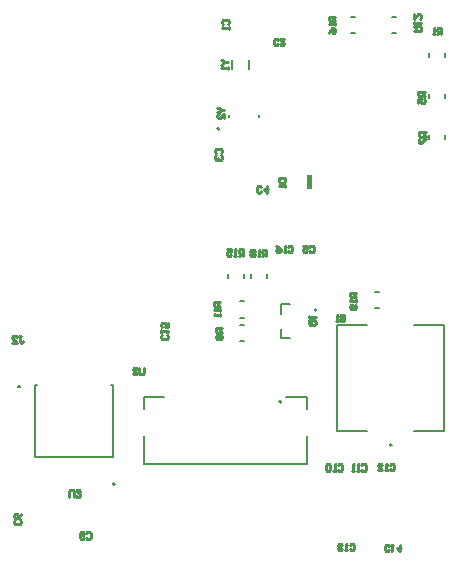
<source format=gbo>
G04*
G04 #@! TF.GenerationSoftware,Altium Limited,Altium Designer,20.0.2 (26)*
G04*
G04 Layer_Color=32896*
%FSLAX25Y25*%
%MOIN*%
G70*
G01*
G75*
%ADD10C,0.00787*%
%ADD11C,0.00500*%
%ADD12C,0.01000*%
%ADD44C,0.01181*%
G36*
X278937Y393208D02*
X280611D01*
Y398130D01*
X278937D01*
Y393208D01*
D02*
G37*
D10*
X282087Y352953D02*
G03*
X282087Y352953I-394J0D01*
G01*
X307087Y307874D02*
G03*
X307087Y307874I-394J0D01*
G01*
X249606Y413386D02*
G03*
X249606Y413386I-394J0D01*
G01*
X214875Y294911D02*
G03*
X214875Y294911I-394J0D01*
G01*
D11*
X270394Y322362D02*
G03*
X270394Y322362I-433J0D01*
G01*
X293425Y450709D02*
X294764D01*
X293425Y445354D02*
X294764D01*
X307205D02*
X308543D01*
X307205Y450709D02*
X308543D01*
X324724Y409961D02*
Y411299D01*
X319370Y409961D02*
Y411299D01*
Y423740D02*
Y425079D01*
X324724Y423740D02*
Y425079D01*
X256634Y342598D02*
X257972D01*
X256634Y347953D02*
X257972D01*
X256634Y350472D02*
X257972D01*
X256634Y355827D02*
X257972D01*
X265669Y363504D02*
Y364843D01*
X260315Y363504D02*
Y364843D01*
X252441Y363504D02*
Y364843D01*
X257795Y363504D02*
Y364843D01*
X270276Y343504D02*
Y346791D01*
Y351634D02*
Y354921D01*
Y343504D02*
X273352D01*
X270276Y354921D02*
X273352D01*
X319370Y437303D02*
Y438642D01*
X324724Y437303D02*
Y438642D01*
X301476Y358976D02*
X302815D01*
X301476Y353622D02*
X302815D01*
X288976Y312598D02*
X298740D01*
X288976D02*
Y348032D01*
X298740D01*
X314646D02*
X324409D01*
Y312598D02*
Y348032D01*
X314646Y312598D02*
X324409D01*
X252953Y417402D02*
Y418031D01*
X262795Y417402D02*
Y418031D01*
X259646Y433150D02*
Y436142D01*
X253740Y433150D02*
Y436142D01*
X188189Y328090D02*
X188996D01*
X213366D02*
X214173D01*
X188189Y304075D02*
Y328090D01*
Y304075D02*
X214173D01*
Y328090D01*
X224488Y319921D02*
Y323819D01*
X231181D01*
X279016Y319843D02*
Y323819D01*
X271850D02*
X279016D01*
X224390Y301772D02*
Y311102D01*
X279016Y301811D02*
Y311102D01*
X224390Y301772D02*
X279016D01*
D12*
X288189Y450787D02*
X286024D01*
Y449705D01*
X286385Y449344D01*
X287107D01*
X287467Y449705D01*
Y450787D01*
Y450066D02*
X288189Y449344D01*
Y448623D02*
Y447901D01*
Y448262D01*
X286024D01*
X286385Y448623D01*
X286024Y445376D02*
X286385Y446097D01*
X287107Y446819D01*
X287828D01*
X288189Y446458D01*
Y445737D01*
X287828Y445376D01*
X287467D01*
X287107Y445737D01*
Y446819D01*
X249016Y420472D02*
X249377D01*
X250099Y419751D01*
X249377Y419029D01*
X249016D01*
X250099Y419751D02*
X251181D01*
Y416865D02*
Y418308D01*
X249738Y416865D01*
X249377D01*
X249016Y417226D01*
Y417947D01*
X249377Y418308D01*
X250198Y436221D02*
X250558D01*
X251280Y435499D01*
X250558Y434777D01*
X250198D01*
X251280Y435499D02*
X252362D01*
Y434056D02*
Y433334D01*
Y433695D01*
X250198D01*
X250558Y434056D01*
X199606Y290749D02*
Y292553D01*
X199967Y292913D01*
X200689D01*
X201049Y292553D01*
Y290749D01*
X201771Y291109D02*
X202132Y290749D01*
X202853D01*
X203214Y291109D01*
Y291470D01*
X202853Y291831D01*
X202492D01*
X202853D01*
X203214Y292192D01*
Y292553D01*
X202853Y292913D01*
X202132D01*
X201771Y292553D01*
X224410Y333661D02*
Y331857D01*
X224049Y331496D01*
X223327D01*
X222966Y331857D01*
Y333661D01*
X220802Y331496D02*
X222245D01*
X220802Y332939D01*
Y333300D01*
X221163Y333661D01*
X221884D01*
X222245Y333300D01*
X295276Y358661D02*
X293111D01*
Y357579D01*
X293472Y357218D01*
X294193D01*
X294554Y357579D01*
Y358661D01*
Y357940D02*
X295276Y357218D01*
Y356497D02*
Y355775D01*
Y356136D01*
X293111D01*
X293472Y356497D01*
X294915Y354693D02*
X295276Y354332D01*
Y353611D01*
X294915Y353250D01*
X293472D01*
X293111Y353611D01*
Y354332D01*
X293472Y354693D01*
X293832D01*
X294193Y354332D01*
Y353250D01*
X265354Y370866D02*
Y373031D01*
X264272D01*
X263911Y372670D01*
Y371949D01*
X264272Y371588D01*
X265354D01*
X264633D02*
X263911Y370866D01*
X263190D02*
X262468D01*
X262829D01*
Y373031D01*
X263190Y372670D01*
X261386D02*
X261025Y373031D01*
X260303D01*
X259943Y372670D01*
Y372309D01*
X260303Y371949D01*
X259943Y371588D01*
Y371227D01*
X260303Y370866D01*
X261025D01*
X261386Y371227D01*
Y371588D01*
X261025Y371949D01*
X261386Y372309D01*
Y372670D01*
X261025Y371949D02*
X260303D01*
X257480Y371083D02*
Y373247D01*
X256398D01*
X256037Y372887D01*
Y372165D01*
X256398Y371804D01*
X257480D01*
X256759D02*
X256037Y371083D01*
X255316D02*
X254594D01*
X254955D01*
Y373247D01*
X255316Y372887D01*
X252069Y373247D02*
X253512D01*
Y372165D01*
X252790Y372526D01*
X252430D01*
X252069Y372165D01*
Y371444D01*
X252430Y371083D01*
X253151D01*
X253512Y371444D01*
X314567Y446063D02*
X316732D01*
Y447145D01*
X316371Y447506D01*
X315649D01*
X315288Y447145D01*
Y446063D01*
Y446784D02*
X314567Y447506D01*
Y448228D02*
Y448949D01*
Y448588D01*
X316732D01*
X316371Y448228D01*
X314567Y451475D02*
Y450032D01*
X316010Y451475D01*
X316371D01*
X316732Y451114D01*
Y450392D01*
X316371Y450032D01*
X250000Y355512D02*
X247835D01*
Y354430D01*
X248196Y354069D01*
X248918D01*
X249278Y354430D01*
Y355512D01*
Y354790D02*
X250000Y354069D01*
Y353347D02*
Y352626D01*
Y352986D01*
X247835D01*
X248196Y353347D01*
X250000Y351543D02*
Y350822D01*
Y351183D01*
X247835D01*
X248196Y351543D01*
X250610Y346850D02*
X248446D01*
Y345768D01*
X248806Y345407D01*
X249528D01*
X249889Y345768D01*
Y346850D01*
Y346129D02*
X250610Y345407D01*
X250249Y344686D02*
X250610Y344325D01*
Y343603D01*
X250249Y343243D01*
X248806D01*
X248446Y343603D01*
Y344325D01*
X248806Y344686D01*
X249167D01*
X249528Y344325D01*
Y343243D01*
X318504Y412205D02*
X316339D01*
Y411122D01*
X316700Y410762D01*
X317422D01*
X317782Y411122D01*
Y412205D01*
Y411483D02*
X318504Y410762D01*
X316339Y410040D02*
Y408597D01*
X316700D01*
X318143Y410040D01*
X318504D01*
X318110Y425591D02*
X315946D01*
Y424508D01*
X316306Y424148D01*
X317028D01*
X317389Y424508D01*
Y425591D01*
Y424869D02*
X318110Y424148D01*
X315946Y421983D02*
Y423426D01*
X317028D01*
X316667Y422704D01*
Y422344D01*
X317028Y421983D01*
X317750D01*
X318110Y422344D01*
Y423065D01*
X317750Y423426D01*
X323622Y444882D02*
Y447047D01*
X322540D01*
X322179Y446686D01*
Y445964D01*
X322540Y445603D01*
X323622D01*
X322901D02*
X322179Y444882D01*
X321457D02*
X320736D01*
X321097D01*
Y447047D01*
X321457Y446686D01*
X279888Y349475D02*
X281331D01*
X281692Y349114D01*
Y348392D01*
X281331Y348031D01*
X279888D01*
X279528Y348392D01*
Y349114D01*
X280249Y348753D02*
X279528Y349475D01*
Y349114D02*
X279888Y349475D01*
X279528Y350196D02*
Y350918D01*
Y350557D01*
X281692D01*
X281331Y350196D01*
X182809Y344291D02*
X183530D01*
X183170D01*
Y342487D01*
X183530Y342126D01*
X183891D01*
X184252Y342487D01*
X180644Y342126D02*
X182087D01*
X180644Y343569D01*
Y343930D01*
X181005Y344291D01*
X181727D01*
X182087Y343930D01*
X269489Y396850D02*
X271654D01*
Y395768D01*
X271293Y395407D01*
X269850D01*
X269489Y395768D01*
Y396850D01*
X271654Y394686D02*
Y393964D01*
Y394325D01*
X269489D01*
X269850Y394686D01*
X272573Y374048D02*
X272933Y374409D01*
X273655D01*
X274016Y374048D01*
Y372605D01*
X273655Y372244D01*
X272933D01*
X272573Y372605D01*
X271851Y372244D02*
X271130D01*
X271490D01*
Y374409D01*
X271851Y374048D01*
X268604Y374409D02*
X269326Y374048D01*
X270047Y373326D01*
Y372605D01*
X269686Y372244D01*
X268965D01*
X268604Y372605D01*
Y372966D01*
X268965Y373326D01*
X270047D01*
X232119Y344750D02*
X232480Y344389D01*
Y343668D01*
X232119Y343307D01*
X230676D01*
X230315Y343668D01*
Y344389D01*
X230676Y344750D01*
X230315Y345472D02*
Y346193D01*
Y345832D01*
X232480D01*
X232119Y345472D01*
X232480Y348719D02*
Y347276D01*
X231397D01*
X231758Y347997D01*
Y348358D01*
X231397Y348719D01*
X230676D01*
X230315Y348358D01*
Y347636D01*
X230676Y347276D01*
X306168Y272999D02*
X305807Y272639D01*
X305085D01*
X304724Y272999D01*
Y274442D01*
X305085Y274803D01*
X305807D01*
X306168Y274442D01*
X306889Y274803D02*
X307611D01*
X307250D01*
Y272639D01*
X306889Y272999D01*
X309775Y274803D02*
Y272639D01*
X308693Y273721D01*
X310136D01*
X293045Y274639D02*
X293406Y274999D01*
X294127D01*
X294488Y274639D01*
Y273195D01*
X294127Y272835D01*
X293406D01*
X293045Y273195D01*
X292323Y272835D02*
X291602D01*
X291963D01*
Y274999D01*
X292323Y274639D01*
X290520D02*
X290159Y274999D01*
X289437D01*
X289077Y274639D01*
Y274278D01*
X289437Y273917D01*
X289798D01*
X289437D01*
X289077Y273556D01*
Y273195D01*
X289437Y272835D01*
X290159D01*
X290520Y273195D01*
X306431Y301410D02*
X306792Y301771D01*
X307513D01*
X307874Y301410D01*
Y299967D01*
X307513Y299606D01*
X306792D01*
X306431Y299967D01*
X305709Y299606D02*
X304988D01*
X305349D01*
Y301771D01*
X305709Y301410D01*
X302462Y299606D02*
X303906D01*
X302462Y301049D01*
Y301410D01*
X302823Y301771D01*
X303545D01*
X303906Y301410D01*
X296982Y301213D02*
X297343Y301574D01*
X298064D01*
X298425Y301213D01*
Y299770D01*
X298064Y299410D01*
X297343D01*
X296982Y299770D01*
X296261Y299410D02*
X295539D01*
X295900D01*
Y301574D01*
X296261Y301213D01*
X294457Y299410D02*
X293735D01*
X294096D01*
Y301574D01*
X294457Y301213D01*
X289108D02*
X289469Y301574D01*
X290190D01*
X290551Y301213D01*
Y299770D01*
X290190Y299410D01*
X289469D01*
X289108Y299770D01*
X288387Y299410D02*
X287665D01*
X288026D01*
Y301574D01*
X288387Y301213D01*
X286583D02*
X286222Y301574D01*
X285500D01*
X285140Y301213D01*
Y299770D01*
X285500Y299410D01*
X286222D01*
X286583Y299770D01*
Y301213D01*
X205250Y278575D02*
X205611Y278936D01*
X206332D01*
X206693Y278575D01*
Y277132D01*
X206332Y276772D01*
X205611D01*
X205250Y277132D01*
X204528D02*
X204168Y276772D01*
X203446D01*
X203085Y277132D01*
Y278575D01*
X203446Y278936D01*
X204168D01*
X204528Y278575D01*
Y278215D01*
X204168Y277854D01*
X203085D01*
X183103Y282939D02*
X183464Y282578D01*
Y281857D01*
X183103Y281496D01*
X181660D01*
X181299Y281857D01*
Y282578D01*
X181660Y282939D01*
X183464Y285104D02*
X183103Y284382D01*
X182381Y283661D01*
X181660D01*
X181299Y284021D01*
Y284743D01*
X181660Y285104D01*
X182021D01*
X182381Y284743D01*
Y283661D01*
X279659Y374048D02*
X280020Y374409D01*
X280742D01*
X281102Y374048D01*
Y372605D01*
X280742Y372244D01*
X280020D01*
X279659Y372605D01*
X277495Y374409D02*
X278938D01*
Y373326D01*
X278216Y373687D01*
X277855D01*
X277495Y373326D01*
Y372605D01*
X277855Y372244D01*
X278577D01*
X278938Y372605D01*
X263648Y392487D02*
X263287Y392127D01*
X262565D01*
X262205Y392487D01*
Y393931D01*
X262565Y394291D01*
X263287D01*
X263648Y393931D01*
X265452Y394291D02*
Y392127D01*
X264369Y393209D01*
X265812D01*
X248590Y405250D02*
X248229Y405611D01*
Y406332D01*
X248590Y406693D01*
X250033D01*
X250394Y406332D01*
Y405611D01*
X250033Y405250D01*
X248590Y404528D02*
X248229Y404168D01*
Y403446D01*
X248590Y403085D01*
X248951D01*
X249311Y403446D01*
Y403807D01*
Y403446D01*
X249672Y403085D01*
X250033D01*
X250394Y403446D01*
Y404168D01*
X250033Y404528D01*
X269160Y441503D02*
X268799Y441142D01*
X268077D01*
X267717Y441503D01*
Y442946D01*
X268077Y443307D01*
X268799D01*
X269160Y442946D01*
X271324Y443307D02*
X269881D01*
X271324Y441864D01*
Y441503D01*
X270964Y441142D01*
X270242D01*
X269881Y441503D01*
X250952Y448163D02*
X250591Y448524D01*
Y449246D01*
X250952Y449606D01*
X252395D01*
X252756Y449246D01*
Y448524D01*
X252395Y448163D01*
X252756Y447442D02*
Y446720D01*
Y447081D01*
X250591D01*
X250952Y447442D01*
X291339Y351377D02*
Y349213D01*
X290256D01*
X289896Y349573D01*
Y349934D01*
X290256Y350295D01*
X291339D01*
X290256D01*
X289896Y350656D01*
Y351016D01*
X290256Y351377D01*
X291339D01*
X289174Y349213D02*
X288452D01*
X288813D01*
Y351377D01*
X289174Y351016D01*
D44*
X182874Y327433D02*
G03*
X182874Y327433I-197J0D01*
G01*
M02*

</source>
